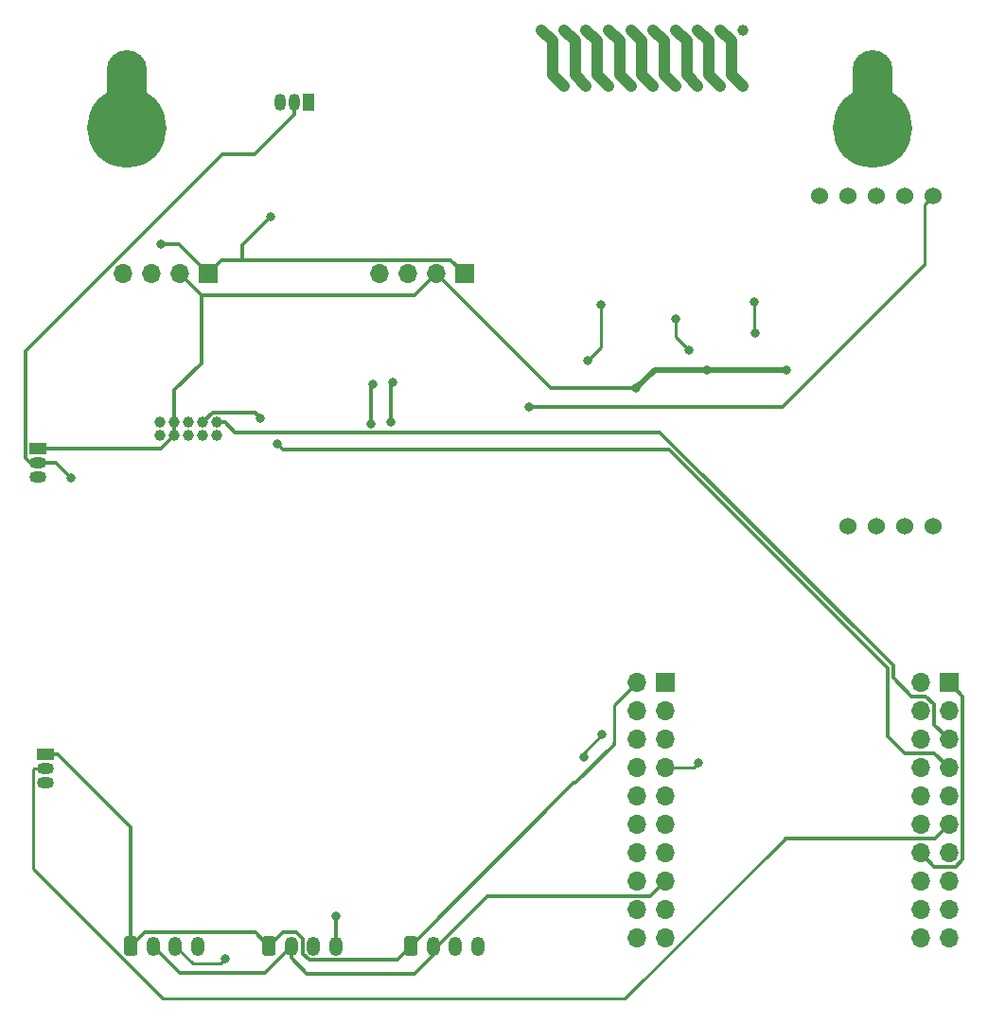
<source format=gbr>
%TF.GenerationSoftware,KiCad,Pcbnew,(5.1.6-0-10_14)*%
%TF.CreationDate,2020-08-27T22:21:12+02:00*%
%TF.ProjectId,airquality,61697271-7561-46c6-9974-792e6b696361,rev?*%
%TF.SameCoordinates,Original*%
%TF.FileFunction,Copper,L2,Bot*%
%TF.FilePolarity,Positive*%
%FSLAX46Y46*%
G04 Gerber Fmt 4.6, Leading zero omitted, Abs format (unit mm)*
G04 Created by KiCad (PCBNEW (5.1.6-0-10_14)) date 2020-08-27 22:21:12*
%MOMM*%
%LPD*%
G01*
G04 APERTURE LIST*
%TA.AperFunction,EtchedComponent*%
%ADD10C,1.000000*%
%TD*%
%TA.AperFunction,WasherPad*%
%ADD11O,3.600000X7.100000*%
%TD*%
%TA.AperFunction,WasherPad*%
%ADD12O,7.100000X7.100000*%
%TD*%
%TA.AperFunction,ComponentPad*%
%ADD13R,1.500000X1.050000*%
%TD*%
%TA.AperFunction,ComponentPad*%
%ADD14O,1.500000X1.050000*%
%TD*%
%TA.AperFunction,ComponentPad*%
%ADD15O,1.200000X1.750000*%
%TD*%
%TA.AperFunction,ViaPad*%
%ADD16C,1.000000*%
%TD*%
%TA.AperFunction,ComponentPad*%
%ADD17O,1.700000X1.700000*%
%TD*%
%TA.AperFunction,ComponentPad*%
%ADD18R,1.700000X1.700000*%
%TD*%
%TA.AperFunction,ComponentPad*%
%ADD19R,1.050000X1.500000*%
%TD*%
%TA.AperFunction,ComponentPad*%
%ADD20O,1.050000X1.500000*%
%TD*%
%TA.AperFunction,ComponentPad*%
%ADD21C,1.000000*%
%TD*%
%TA.AperFunction,ComponentPad*%
%ADD22C,1.524000*%
%TD*%
%TA.AperFunction,ViaPad*%
%ADD23C,0.800000*%
%TD*%
%TA.AperFunction,Conductor*%
%ADD24C,0.330000*%
%TD*%
%TA.AperFunction,Conductor*%
%ADD25C,0.250000*%
%TD*%
%TA.AperFunction,Conductor*%
%ADD26C,0.500000*%
%TD*%
G04 APERTURE END LIST*
D10*
%TO.C,AE1*%
X170830000Y-59478000D02*
X171830000Y-60478000D01*
X171830000Y-63478000D02*
X172830000Y-64478000D01*
X171830000Y-60478000D02*
X171830000Y-63478000D01*
X168830000Y-59478000D02*
X169830000Y-60478000D01*
X169830000Y-63478000D02*
X170830000Y-64478000D01*
X169830000Y-60478000D02*
X169830000Y-63478000D01*
X166830000Y-59478000D02*
X167830000Y-60478000D01*
X167830000Y-63478000D02*
X168830000Y-64478000D01*
X167830000Y-60478000D02*
X167830000Y-63478000D01*
X164830000Y-59478000D02*
X165830000Y-60478000D01*
X165830000Y-63478000D02*
X166830000Y-64478000D01*
X165830000Y-60478000D02*
X165830000Y-63478000D01*
X162830000Y-59478000D02*
X163830000Y-60478000D01*
X163830000Y-63478000D02*
X164830000Y-64478000D01*
X163830000Y-60478000D02*
X163830000Y-63478000D01*
X160830000Y-59478000D02*
X161830000Y-60478000D01*
X161830000Y-63478000D02*
X162830000Y-64478000D01*
X161830000Y-60478000D02*
X161830000Y-63478000D01*
X159830000Y-60478000D02*
X159830000Y-63478000D01*
X158830000Y-59478000D02*
X159830000Y-60478000D01*
X159830000Y-63478000D02*
X160830000Y-64478000D01*
X157830000Y-60478000D02*
X157830000Y-63478000D01*
X156830000Y-59478000D02*
X157830000Y-60478000D01*
X157830000Y-63478000D02*
X158830000Y-64478000D01*
X154830000Y-59478000D02*
X155830000Y-60478000D01*
X155830000Y-60478000D02*
X155830000Y-63478000D01*
X155830000Y-63478000D02*
X156830000Y-64478000D01*
%TD*%
D11*
%TO.P,G\u002A\u002A\u002A,*%
%TO.N,*%
X184454800Y-64820800D03*
D12*
X184454800Y-68249800D03*
%TD*%
%TO.P,G\u002A\u002A\u002A,*%
%TO.N,*%
X117703600Y-68249800D03*
D11*
X117703600Y-64820800D03*
%TD*%
D13*
%TO.P,U5,1*%
%TO.N,GND*%
X110439200Y-124256800D03*
D14*
%TO.P,U5,3*%
%TO.N,3.3V*%
X110439200Y-126796800D03*
%TO.P,U5,2*%
%TO.N,1wire*%
X110439200Y-125526800D03*
%TD*%
D15*
%TO.P,J8,4*%
%TO.N,I2C_SCL*%
X149154400Y-141427200D03*
%TO.P,J8,3*%
%TO.N,I2C_SDA*%
X147154400Y-141427200D03*
%TO.P,J8,2*%
%TO.N,3.3V*%
X145154400Y-141427200D03*
%TO.P,J8,1*%
%TO.N,GND*%
%TA.AperFunction,ComponentPad*%
G36*
G01*
X142554400Y-142052201D02*
X142554400Y-140802199D01*
G75*
G02*
X142804399Y-140552200I249999J0D01*
G01*
X143504401Y-140552200D01*
G75*
G02*
X143754400Y-140802199I0J-249999D01*
G01*
X143754400Y-142052201D01*
G75*
G02*
X143504401Y-142302200I-249999J0D01*
G01*
X142804399Y-142302200D01*
G75*
G02*
X142554400Y-142052201I0J249999D01*
G01*
G37*
%TD.AperFunction*%
%TD*%
D13*
%TO.P,U4,1*%
%TO.N,GND*%
X109778800Y-96926400D03*
D14*
%TO.P,U4,3*%
%TO.N,3.3V*%
X109778800Y-99466400D03*
%TO.P,U4,2*%
%TO.N,1wire*%
X109778800Y-98196400D03*
%TD*%
D16*
%TO.N,*%
%TO.C,AE1*%
X154830000Y-59478000D03*
X156830000Y-64478000D03*
X156830000Y-59478000D03*
X158830000Y-59478000D03*
X158830000Y-64478000D03*
X160830000Y-64478000D03*
X160830000Y-59478000D03*
X162830000Y-59478000D03*
X162830000Y-64478000D03*
X164830000Y-64478000D03*
X164830000Y-59478000D03*
X166830000Y-59478000D03*
X166830000Y-64478000D03*
X168830000Y-59478000D03*
X168830000Y-64478000D03*
X170830000Y-64478000D03*
X170830000Y-59478000D03*
X172830000Y-59478000D03*
X172830000Y-64478000D03*
%TD*%
D15*
%TO.P,J7,4*%
%TO.N,I2C_SCL*%
X136454400Y-141427200D03*
%TO.P,J7,3*%
%TO.N,I2C_SDA*%
X134454400Y-141427200D03*
%TO.P,J7,2*%
%TO.N,3.3V*%
X132454400Y-141427200D03*
%TO.P,J7,1*%
%TO.N,GND*%
%TA.AperFunction,ComponentPad*%
G36*
G01*
X129854400Y-142052201D02*
X129854400Y-140802199D01*
G75*
G02*
X130104399Y-140552200I249999J0D01*
G01*
X130804401Y-140552200D01*
G75*
G02*
X131054400Y-140802199I0J-249999D01*
G01*
X131054400Y-142052201D01*
G75*
G02*
X130804401Y-142302200I-249999J0D01*
G01*
X130104399Y-142302200D01*
G75*
G02*
X129854400Y-142052201I0J249999D01*
G01*
G37*
%TD.AperFunction*%
%TD*%
D17*
%TO.P,J6,4*%
%TO.N,I2C_SDA*%
X117398800Y-81280000D03*
%TO.P,J6,3*%
%TO.N,I2C_SCL*%
X119938800Y-81280000D03*
%TO.P,J6,2*%
%TO.N,GND*%
X122478800Y-81280000D03*
D18*
%TO.P,J6,1*%
%TO.N,3.3V*%
X125018800Y-81280000D03*
%TD*%
D19*
%TO.P,U1,1*%
%TO.N,GND*%
X133959600Y-65938400D03*
D20*
%TO.P,U1,3*%
%TO.N,3.3V*%
X131419600Y-65938400D03*
%TO.P,U1,2*%
%TO.N,1wire*%
X132689600Y-65938400D03*
%TD*%
D17*
%TO.P,J4,4*%
%TO.N,I2C_SDA*%
X140309600Y-81280000D03*
%TO.P,J4,3*%
%TO.N,I2C_SCL*%
X142849600Y-81280000D03*
%TO.P,J4,2*%
%TO.N,GND*%
X145389600Y-81280000D03*
D18*
%TO.P,J4,1*%
%TO.N,3.3V*%
X147929600Y-81280000D03*
%TD*%
D15*
%TO.P,J5,4*%
%TO.N,I2C_SCL*%
X124084600Y-141427200D03*
%TO.P,J5,3*%
%TO.N,I2C_SDA*%
X122084600Y-141427200D03*
%TO.P,J5,2*%
%TO.N,3.3V*%
X120084600Y-141427200D03*
%TO.P,J5,1*%
%TO.N,GND*%
%TA.AperFunction,ComponentPad*%
G36*
G01*
X117484600Y-142052201D02*
X117484600Y-140802199D01*
G75*
G02*
X117734599Y-140552200I249999J0D01*
G01*
X118434601Y-140552200D01*
G75*
G02*
X118684600Y-140802199I0J-249999D01*
G01*
X118684600Y-142052201D01*
G75*
G02*
X118434601Y-142302200I-249999J0D01*
G01*
X117734599Y-142302200D01*
G75*
G02*
X117484600Y-142052201I0J249999D01*
G01*
G37*
%TD.AperFunction*%
%TD*%
D17*
%TO.P,J3,20*%
%TO.N,SD0*%
X188747400Y-140728700D03*
%TO.P,J3,19*%
%TO.N,CLK*%
X191287400Y-140728700D03*
%TO.P,J3,18*%
%TO.N,IO15*%
X188747400Y-138188700D03*
%TO.P,J3,17*%
%TO.N,SDI*%
X191287400Y-138188700D03*
%TO.P,J3,16*%
%TO.N,5V*%
X188747400Y-135648700D03*
%TO.P,J3,15*%
%TO.N,IO2*%
X191287400Y-135648700D03*
%TO.P,J3,14*%
%TO.N,GND*%
X188747400Y-133108700D03*
%TO.P,J3,13*%
%TO.N,IO0*%
X191287400Y-133108700D03*
%TO.P,J3,12*%
%TO.N,IO16*%
X188747400Y-130568700D03*
%TO.P,J3,11*%
%TO.N,1wire*%
X191287400Y-130568700D03*
%TO.P,J3,10*%
%TO.N,IO17*%
X188747400Y-128028700D03*
%TO.P,J3,9*%
%TO.N,TDI*%
X191287400Y-128028700D03*
%TO.P,J3,8*%
%TO.N,IO21*%
X188747400Y-125488700D03*
%TO.P,J3,7*%
%TO.N,IO32*%
X191287400Y-125488700D03*
%TO.P,J3,6*%
%TO.N,IO22*%
X188747400Y-122948700D03*
%TO.P,J3,5*%
%TO.N,IO25*%
X191287400Y-122948700D03*
%TO.P,J3,4*%
%TO.N,ESP_RXD*%
X188747400Y-120408700D03*
%TO.P,J3,3*%
%TO.N,IO27*%
X191287400Y-120408700D03*
%TO.P,J3,2*%
%TO.N,ESP_TXD*%
X188747400Y-117868700D03*
D18*
%TO.P,J3,1*%
%TO.N,GND*%
X191287400Y-117868700D03*
%TD*%
D17*
%TO.P,J2,20*%
%TO.N,CMD*%
X163347400Y-140728700D03*
%TO.P,J2,19*%
%TO.N,SD3*%
X165887400Y-140728700D03*
%TO.P,J2,18*%
%TO.N,SD2*%
X163347400Y-138188700D03*
%TO.P,J2,17*%
%TO.N,I2C_SCL*%
X165887400Y-138188700D03*
%TO.P,J2,16*%
%TO.N,NC*%
X163347400Y-135648700D03*
%TO.P,J2,15*%
%TO.N,3.3V*%
X165887400Y-135648700D03*
%TO.P,J2,14*%
%TO.N,IO14*%
X163347400Y-133108700D03*
%TO.P,J2,13*%
%TO.N,IO5*%
X165887400Y-133108700D03*
%TO.P,J2,12*%
%TO.N,IO34*%
X163347400Y-130568700D03*
%TO.P,J2,11*%
%TO.N,I2C_SDA*%
X165887400Y-130568700D03*
%TO.P,J2,10*%
%TO.N,IO33*%
X163347400Y-128028700D03*
%TO.P,J2,9*%
%TO.N,IO19*%
X165887400Y-128028700D03*
%TO.P,J2,8*%
%TO.N,IO35*%
X163347400Y-125488700D03*
%TO.P,J2,7*%
%TO.N,IO18*%
X165887400Y-125488700D03*
%TO.P,J2,6*%
%TO.N,SVN*%
X163347400Y-122948700D03*
%TO.P,J2,5*%
%TO.N,IO26*%
X165887400Y-122948700D03*
%TO.P,J2,4*%
%TO.N,NC*%
X163347400Y-120408700D03*
%TO.P,J2,3*%
%TO.N,SVP*%
X165887400Y-120408700D03*
%TO.P,J2,2*%
%TO.N,GND*%
X163347400Y-117868700D03*
D18*
%TO.P,J2,1*%
%TO.N,RST*%
X165887400Y-117868700D03*
%TD*%
D21*
%TO.P,U2,2*%
%TO.N,5V*%
X120729100Y-95732200D03*
%TO.P,U2,4*%
%TO.N,GND*%
X121999100Y-95732200D03*
%TO.P,U2,6*%
%TO.N,Net-(U2-Pad6)*%
X123269100Y-95732200D03*
%TO.P,U2,8*%
%TO.N,Net-(U2-Pad8)*%
X124539100Y-95732200D03*
%TO.P,U2,10*%
%TO.N,Net-(U2-Pad10)*%
X125809100Y-95732200D03*
%TO.P,U2,9*%
%TO.N,IO25*%
X125809100Y-94572200D03*
%TO.P,U2,7*%
%TO.N,IO32*%
X124539100Y-94572200D03*
%TO.P,U2,5*%
%TO.N,Net-(U2-Pad5)*%
X123269100Y-94572200D03*
%TO.P,U2,3*%
%TO.N,GND*%
X121999100Y-94572200D03*
%TO.P,U2,1*%
%TO.N,5V*%
X120729100Y-94572200D03*
%TD*%
D22*
%TO.P,J1,5*%
%TO.N,Net-(J1-Pad5)*%
X179730400Y-74350200D03*
%TO.P,J1,*%
%TO.N,*%
X182270400Y-74350200D03*
%TO.P,J1,7*%
%TO.N,IO22*%
X184810400Y-74350200D03*
%TO.P,J1,6*%
%TO.N,IO21*%
X187350400Y-74350200D03*
%TO.P,J1,3*%
%TO.N,5V*%
X189890400Y-74350200D03*
%TO.P,J1,4*%
%TO.N,Net-(J1-Pad4)*%
X182270400Y-103835200D03*
%TO.P,J1,*%
%TO.N,*%
X184810400Y-103835200D03*
%TO.P,J1,2*%
%TO.N,GND*%
X187350400Y-103835200D03*
%TO.P,J1,1*%
%TO.N,Net-(J1-Pad1)*%
X189890400Y-103835200D03*
%TD*%
D23*
%TO.N,3.3V*%
X130606800Y-76149200D03*
X120751600Y-78638400D03*
%TO.N,IO5*%
X166878000Y-85344000D03*
X168046400Y-88138000D03*
%TO.N,IO18*%
X173837600Y-83769200D03*
X173939200Y-86563200D03*
X168910000Y-125069600D03*
%TO.N,GND*%
X169621200Y-89865200D03*
X176733200Y-89865200D03*
X163271200Y-91541600D03*
%TO.N,5V*%
X153720800Y-93167200D03*
%TO.N,IO32*%
X129692400Y-94183200D03*
X131165600Y-96469200D03*
%TO.N,I2C_SDA*%
X126542800Y-142595600D03*
X139547600Y-94691200D03*
X139750800Y-91135200D03*
%TO.N,I2C_SCL*%
X136448800Y-138734800D03*
X141376400Y-94538800D03*
X141528800Y-90982800D03*
%TO.N,1wire*%
X112725200Y-99517200D03*
%TO.N,IO14*%
X160121600Y-84023200D03*
X158953200Y-89052400D03*
X160274000Y-122478800D03*
X158597600Y-124561602D03*
%TD*%
D24*
%TO.N,3.3V*%
X126233801Y-80064999D02*
X125018800Y-81280000D01*
X147929600Y-81280000D02*
X146714599Y-80064999D01*
X128062601Y-78693399D02*
X130606800Y-76149200D01*
X128062601Y-80064999D02*
X128062601Y-78693399D01*
X146714599Y-80064999D02*
X128062601Y-80064999D01*
X128062601Y-80064999D02*
X126233801Y-80064999D01*
X125018800Y-81280000D02*
X122377200Y-78638400D01*
X122377200Y-78638400D02*
X120751600Y-78638400D01*
X130066800Y-143814800D02*
X132454400Y-141427200D01*
X122472200Y-143814800D02*
X130066800Y-143814800D01*
X120084600Y-141427200D02*
X122472200Y-143814800D01*
X145154400Y-142221200D02*
X145154400Y-141427200D01*
X143459200Y-143916400D02*
X145154400Y-142221200D01*
X133858000Y-143916400D02*
X143459200Y-143916400D01*
X132454400Y-142512800D02*
X133858000Y-143916400D01*
X132454400Y-141427200D02*
X132454400Y-142512800D01*
X145514670Y-141427200D02*
X145154400Y-141427200D01*
X164562401Y-136973699D02*
X149968171Y-136973699D01*
X149968171Y-136973699D02*
X145514670Y-141427200D01*
X165887400Y-135648700D02*
X164562401Y-136973699D01*
D25*
%TO.N,IO5*%
X166878000Y-86969600D02*
X168046400Y-88138000D01*
X166878000Y-85344000D02*
X166878000Y-86969600D01*
%TO.N,IO18*%
X173837600Y-86461600D02*
X173939200Y-86563200D01*
X173837600Y-83769200D02*
X173837600Y-86461600D01*
X168490900Y-125488700D02*
X165887400Y-125488700D01*
X168910000Y-125069600D02*
X168490900Y-125488700D01*
D26*
%TO.N,GND*%
X173380400Y-89865200D02*
X169621200Y-89865200D01*
X176733200Y-89865200D02*
X173380400Y-89865200D01*
X164947600Y-89865200D02*
X169621200Y-89865200D01*
X163271200Y-91541600D02*
X164947600Y-89865200D01*
D24*
X155651200Y-91541600D02*
X145389600Y-81280000D01*
X163271200Y-91541600D02*
X155651200Y-91541600D01*
X124409200Y-83210400D02*
X122478800Y-81280000D01*
X145389600Y-81280000D02*
X143459200Y-83210400D01*
X124409200Y-83210400D02*
X124409200Y-89306400D01*
X121999100Y-91716500D02*
X121999100Y-94572200D01*
X124409200Y-89306400D02*
X121999100Y-91716500D01*
X121999100Y-95732200D02*
X121999100Y-94572200D01*
X121999100Y-95742402D02*
X121999100Y-95732200D01*
X120815102Y-96926400D02*
X121999100Y-95742402D01*
X109778800Y-96926400D02*
X120815102Y-96926400D01*
X119324610Y-140187190D02*
X118084600Y-141427200D01*
X129214390Y-140187190D02*
X119324610Y-140187190D01*
X130454400Y-141427200D02*
X129214390Y-140187190D01*
X118084600Y-130822200D02*
X118084600Y-141427200D01*
X111519200Y-124256800D02*
X118084600Y-130822200D01*
X110439200Y-124256800D02*
X111519200Y-124256800D01*
X134054680Y-142667210D02*
X141914390Y-142667210D01*
X141914390Y-142667210D02*
X143154400Y-141427200D01*
X133489390Y-140752480D02*
X133489390Y-142101920D01*
X132924100Y-140187190D02*
X133489390Y-140752480D01*
X133489390Y-142101920D02*
X134054680Y-142667210D01*
X131694410Y-140187190D02*
X132924100Y-140187190D01*
X130454400Y-141427200D02*
X131694410Y-140187190D01*
X130454400Y-83210400D02*
X130759200Y-83210400D01*
X143459200Y-83210400D02*
X130454400Y-83210400D01*
X130454400Y-83210400D02*
X124409200Y-83210400D01*
X192502401Y-119083701D02*
X191287400Y-117868700D01*
X192502401Y-133691901D02*
X192502401Y-119083701D01*
X191870601Y-134323701D02*
X192502401Y-133691901D01*
X189962401Y-134323701D02*
X191870601Y-134323701D01*
X188747400Y-133108700D02*
X189962401Y-134323701D01*
D25*
X161340800Y-119875300D02*
X163347400Y-117868700D01*
X161340800Y-123240800D02*
X161340800Y-119875300D01*
D24*
X161340800Y-123407802D02*
X161340800Y-123240800D01*
X157898001Y-126850601D02*
X161340800Y-123407802D01*
X143154400Y-141427200D02*
X157730999Y-126850601D01*
X157730999Y-126850601D02*
X157898001Y-126850601D01*
%TO.N,5V*%
X176428400Y-93167200D02*
X153720800Y-93167200D01*
X189118999Y-80476601D02*
X176428400Y-93167200D01*
D25*
X189118999Y-75121601D02*
X189890400Y-74350200D01*
X189118999Y-80476601D02*
X189118999Y-75121601D01*
D24*
%TO.N,IO32*%
X125404101Y-93707199D02*
X129216399Y-93707199D01*
X129216399Y-93707199D02*
X129692400Y-94183200D01*
X124539100Y-94572200D02*
X125404101Y-93707199D01*
X185775600Y-116573546D02*
X185775600Y-122631200D01*
X166230054Y-97028000D02*
X185775600Y-116573546D01*
X131724400Y-97028000D02*
X166230054Y-97028000D01*
X131165600Y-96469200D02*
X131724400Y-97028000D01*
X189962401Y-124163701D02*
X191287400Y-125488700D01*
X187308101Y-124163701D02*
X189962401Y-124163701D01*
X185775600Y-122631200D02*
X187308101Y-124163701D01*
%TO.N,IO25*%
X126516206Y-94572200D02*
X125809100Y-94572200D01*
X165407801Y-95456201D02*
X127400207Y-95456201D01*
X187968501Y-119083701D02*
X186305610Y-117420810D01*
X189220603Y-119083701D02*
X187968501Y-119083701D01*
X127400207Y-95456201D02*
X126516206Y-94572200D01*
X189962401Y-119825499D02*
X189220603Y-119083701D01*
X186305610Y-117420810D02*
X186305610Y-116354010D01*
X189962401Y-121623701D02*
X189962401Y-119825499D01*
X186305610Y-116354010D02*
X165407801Y-95456201D01*
X191287400Y-122948700D02*
X189962401Y-121623701D01*
D25*
%TO.N,I2C_SDA*%
X123652999Y-142995599D02*
X122084600Y-141427200D01*
X126142801Y-142995599D02*
X123652999Y-142995599D01*
X126542800Y-142595600D02*
X126142801Y-142995599D01*
D24*
X139547600Y-91338400D02*
X139750800Y-91135200D01*
X139547600Y-94691200D02*
X139547600Y-91338400D01*
%TO.N,I2C_SCL*%
X136454400Y-141427200D02*
X136448800Y-141427200D01*
X136448800Y-141427200D02*
X136448800Y-138734800D01*
X141376400Y-91135200D02*
X141528800Y-90982800D01*
X141376400Y-94538800D02*
X141376400Y-91135200D01*
%TO.N,1wire*%
X111404400Y-98196400D02*
X109778800Y-98196400D01*
X112725200Y-99517200D02*
X111404400Y-98196400D01*
X132689600Y-67018400D02*
X129146800Y-70561200D01*
X132689600Y-65938400D02*
X132689600Y-67018400D01*
X109116798Y-98196400D02*
X109778800Y-98196400D01*
X108663799Y-97743401D02*
X109116798Y-98196400D01*
X126319398Y-70561200D02*
X108663799Y-88216799D01*
X108663799Y-88216799D02*
X108663799Y-97743401D01*
X129146800Y-70561200D02*
X126319398Y-70561200D01*
X190072399Y-131783701D02*
X176630601Y-131783701D01*
X191287400Y-130568700D02*
X190072399Y-131783701D01*
D25*
X109364190Y-134494980D02*
X120970010Y-146100800D01*
X109364190Y-125601810D02*
X109364190Y-134494980D01*
X109439200Y-125526800D02*
X109364190Y-125601810D01*
X110439200Y-125526800D02*
X109439200Y-125526800D01*
X162313502Y-146100800D02*
X176630601Y-131783701D01*
X120970010Y-146100800D02*
X162313502Y-146100800D01*
%TO.N,IO14*%
X160121600Y-84023200D02*
X160121600Y-87884000D01*
X160121600Y-87884000D02*
X158953200Y-89052400D01*
X160274000Y-122478800D02*
X158597600Y-124155200D01*
X158597600Y-124155200D02*
X158597600Y-124561602D01*
%TD*%
M02*

</source>
